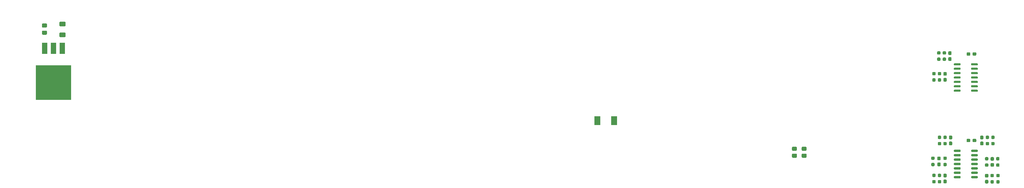
<source format=gbr>
%TF.GenerationSoftware,KiCad,Pcbnew,(5.1.10)-1*%
%TF.CreationDate,2022-05-27T13:17:46-06:00*%
%TF.ProjectId,Lift_02,4c696674-5f30-4322-9e6b-696361645f70,rev?*%
%TF.SameCoordinates,Original*%
%TF.FileFunction,Paste,Top*%
%TF.FilePolarity,Positive*%
%FSLAX46Y46*%
G04 Gerber Fmt 4.6, Leading zero omitted, Abs format (unit mm)*
G04 Created by KiCad (PCBNEW (5.1.10)-1) date 2022-05-27 13:17:46*
%MOMM*%
%LPD*%
G01*
G04 APERTURE LIST*
%ADD10R,1.800000X2.540000*%
%ADD11R,1.511000X3.300000*%
%ADD12R,10.122000X10.020000*%
G04 APERTURE END LIST*
%TO.C,C4*%
G36*
G01*
X346925000Y-48437500D02*
X346925000Y-47962500D01*
G75*
G02*
X347162500Y-47725000I237500J0D01*
G01*
X347762500Y-47725000D01*
G75*
G02*
X348000000Y-47962500I0J-237500D01*
G01*
X348000000Y-48437500D01*
G75*
G02*
X347762500Y-48675000I-237500J0D01*
G01*
X347162500Y-48675000D01*
G75*
G02*
X346925000Y-48437500I0J237500D01*
G01*
G37*
G36*
G01*
X345200000Y-48437500D02*
X345200000Y-47962500D01*
G75*
G02*
X345437500Y-47725000I237500J0D01*
G01*
X346037500Y-47725000D01*
G75*
G02*
X346275000Y-47962500I0J-237500D01*
G01*
X346275000Y-48437500D01*
G75*
G02*
X346037500Y-48675000I-237500J0D01*
G01*
X345437500Y-48675000D01*
G75*
G02*
X345200000Y-48437500I0J237500D01*
G01*
G37*
%TD*%
%TO.C,C3*%
G36*
G01*
X346925000Y-23437500D02*
X346925000Y-22962500D01*
G75*
G02*
X347162500Y-22725000I237500J0D01*
G01*
X347762500Y-22725000D01*
G75*
G02*
X348000000Y-22962500I0J-237500D01*
G01*
X348000000Y-23437500D01*
G75*
G02*
X347762500Y-23675000I-237500J0D01*
G01*
X347162500Y-23675000D01*
G75*
G02*
X346925000Y-23437500I0J237500D01*
G01*
G37*
G36*
G01*
X345200000Y-23437500D02*
X345200000Y-22962500D01*
G75*
G02*
X345437500Y-22725000I237500J0D01*
G01*
X346037500Y-22725000D01*
G75*
G02*
X346275000Y-22962500I0J-237500D01*
G01*
X346275000Y-23437500D01*
G75*
G02*
X346037500Y-23675000I-237500J0D01*
G01*
X345437500Y-23675000D01*
G75*
G02*
X345200000Y-23437500I0J237500D01*
G01*
G37*
%TD*%
%TO.C,R8*%
G36*
G01*
X337637500Y-47775000D02*
X337162500Y-47775000D01*
G75*
G02*
X336925000Y-47537500I0J237500D01*
G01*
X336925000Y-47037500D01*
G75*
G02*
X337162500Y-46800000I237500J0D01*
G01*
X337637500Y-46800000D01*
G75*
G02*
X337875000Y-47037500I0J-237500D01*
G01*
X337875000Y-47537500D01*
G75*
G02*
X337637500Y-47775000I-237500J0D01*
G01*
G37*
G36*
G01*
X337637500Y-49600000D02*
X337162500Y-49600000D01*
G75*
G02*
X336925000Y-49362500I0J237500D01*
G01*
X336925000Y-48862500D01*
G75*
G02*
X337162500Y-48625000I237500J0D01*
G01*
X337637500Y-48625000D01*
G75*
G02*
X337875000Y-48862500I0J-237500D01*
G01*
X337875000Y-49362500D01*
G75*
G02*
X337637500Y-49600000I-237500J0D01*
G01*
G37*
%TD*%
%TO.C,R5*%
G36*
G01*
X339237500Y-47775000D02*
X338762500Y-47775000D01*
G75*
G02*
X338525000Y-47537500I0J237500D01*
G01*
X338525000Y-47037500D01*
G75*
G02*
X338762500Y-46800000I237500J0D01*
G01*
X339237500Y-46800000D01*
G75*
G02*
X339475000Y-47037500I0J-237500D01*
G01*
X339475000Y-47537500D01*
G75*
G02*
X339237500Y-47775000I-237500J0D01*
G01*
G37*
G36*
G01*
X339237500Y-49600000D02*
X338762500Y-49600000D01*
G75*
G02*
X338525000Y-49362500I0J237500D01*
G01*
X338525000Y-48862500D01*
G75*
G02*
X338762500Y-48625000I237500J0D01*
G01*
X339237500Y-48625000D01*
G75*
G02*
X339475000Y-48862500I0J-237500D01*
G01*
X339475000Y-49362500D01*
G75*
G02*
X339237500Y-49600000I-237500J0D01*
G01*
G37*
%TD*%
%TO.C,R18*%
G36*
G01*
X352337500Y-59675000D02*
X352812500Y-59675000D01*
G75*
G02*
X353050000Y-59912500I0J-237500D01*
G01*
X353050000Y-60412500D01*
G75*
G02*
X352812500Y-60650000I-237500J0D01*
G01*
X352337500Y-60650000D01*
G75*
G02*
X352100000Y-60412500I0J237500D01*
G01*
X352100000Y-59912500D01*
G75*
G02*
X352337500Y-59675000I237500J0D01*
G01*
G37*
G36*
G01*
X352337500Y-57850000D02*
X352812500Y-57850000D01*
G75*
G02*
X353050000Y-58087500I0J-237500D01*
G01*
X353050000Y-58587500D01*
G75*
G02*
X352812500Y-58825000I-237500J0D01*
G01*
X352337500Y-58825000D01*
G75*
G02*
X352100000Y-58587500I0J237500D01*
G01*
X352100000Y-58087500D01*
G75*
G02*
X352337500Y-57850000I237500J0D01*
G01*
G37*
%TD*%
%TO.C,R17*%
G36*
G01*
X337162500Y-59637500D02*
X337637500Y-59637500D01*
G75*
G02*
X337875000Y-59875000I0J-237500D01*
G01*
X337875000Y-60375000D01*
G75*
G02*
X337637500Y-60612500I-237500J0D01*
G01*
X337162500Y-60612500D01*
G75*
G02*
X336925000Y-60375000I0J237500D01*
G01*
X336925000Y-59875000D01*
G75*
G02*
X337162500Y-59637500I237500J0D01*
G01*
G37*
G36*
G01*
X337162500Y-57812500D02*
X337637500Y-57812500D01*
G75*
G02*
X337875000Y-58050000I0J-237500D01*
G01*
X337875000Y-58550000D01*
G75*
G02*
X337637500Y-58787500I-237500J0D01*
G01*
X337162500Y-58787500D01*
G75*
G02*
X336925000Y-58550000I0J237500D01*
G01*
X336925000Y-58050000D01*
G75*
G02*
X337162500Y-57812500I237500J0D01*
G01*
G37*
%TD*%
%TO.C,R16*%
G36*
G01*
X354012500Y-59675000D02*
X354487500Y-59675000D01*
G75*
G02*
X354725000Y-59912500I0J-237500D01*
G01*
X354725000Y-60412500D01*
G75*
G02*
X354487500Y-60650000I-237500J0D01*
G01*
X354012500Y-60650000D01*
G75*
G02*
X353775000Y-60412500I0J237500D01*
G01*
X353775000Y-59912500D01*
G75*
G02*
X354012500Y-59675000I237500J0D01*
G01*
G37*
G36*
G01*
X354012500Y-57850000D02*
X354487500Y-57850000D01*
G75*
G02*
X354725000Y-58087500I0J-237500D01*
G01*
X354725000Y-58587500D01*
G75*
G02*
X354487500Y-58825000I-237500J0D01*
G01*
X354012500Y-58825000D01*
G75*
G02*
X353775000Y-58587500I0J237500D01*
G01*
X353775000Y-58087500D01*
G75*
G02*
X354012500Y-57850000I237500J0D01*
G01*
G37*
%TD*%
%TO.C,R15*%
G36*
G01*
X337162500Y-30225000D02*
X337637500Y-30225000D01*
G75*
G02*
X337875000Y-30462500I0J-237500D01*
G01*
X337875000Y-30962500D01*
G75*
G02*
X337637500Y-31200000I-237500J0D01*
G01*
X337162500Y-31200000D01*
G75*
G02*
X336925000Y-30962500I0J237500D01*
G01*
X336925000Y-30462500D01*
G75*
G02*
X337162500Y-30225000I237500J0D01*
G01*
G37*
G36*
G01*
X337162500Y-28400000D02*
X337637500Y-28400000D01*
G75*
G02*
X337875000Y-28637500I0J-237500D01*
G01*
X337875000Y-29137500D01*
G75*
G02*
X337637500Y-29375000I-237500J0D01*
G01*
X337162500Y-29375000D01*
G75*
G02*
X336925000Y-29137500I0J237500D01*
G01*
X336925000Y-28637500D01*
G75*
G02*
X337162500Y-28400000I237500J0D01*
G01*
G37*
%TD*%
%TO.C,R14*%
G36*
G01*
X335562500Y-59625000D02*
X336037500Y-59625000D01*
G75*
G02*
X336275000Y-59862500I0J-237500D01*
G01*
X336275000Y-60362500D01*
G75*
G02*
X336037500Y-60600000I-237500J0D01*
G01*
X335562500Y-60600000D01*
G75*
G02*
X335325000Y-60362500I0J237500D01*
G01*
X335325000Y-59862500D01*
G75*
G02*
X335562500Y-59625000I237500J0D01*
G01*
G37*
G36*
G01*
X335562500Y-57800000D02*
X336037500Y-57800000D01*
G75*
G02*
X336275000Y-58037500I0J-237500D01*
G01*
X336275000Y-58537500D01*
G75*
G02*
X336037500Y-58775000I-237500J0D01*
G01*
X335562500Y-58775000D01*
G75*
G02*
X335325000Y-58537500I0J237500D01*
G01*
X335325000Y-58037500D01*
G75*
G02*
X335562500Y-57800000I237500J0D01*
G01*
G37*
%TD*%
%TO.C,R13*%
G36*
G01*
X351237500Y-53975000D02*
X350762500Y-53975000D01*
G75*
G02*
X350525000Y-53737500I0J237500D01*
G01*
X350525000Y-53237500D01*
G75*
G02*
X350762500Y-53000000I237500J0D01*
G01*
X351237500Y-53000000D01*
G75*
G02*
X351475000Y-53237500I0J-237500D01*
G01*
X351475000Y-53737500D01*
G75*
G02*
X351237500Y-53975000I-237500J0D01*
G01*
G37*
G36*
G01*
X351237500Y-55800000D02*
X350762500Y-55800000D01*
G75*
G02*
X350525000Y-55562500I0J237500D01*
G01*
X350525000Y-55062500D01*
G75*
G02*
X350762500Y-54825000I237500J0D01*
G01*
X351237500Y-54825000D01*
G75*
G02*
X351475000Y-55062500I0J-237500D01*
G01*
X351475000Y-55562500D01*
G75*
G02*
X351237500Y-55800000I-237500J0D01*
G01*
G37*
%TD*%
%TO.C,R12*%
G36*
G01*
X339237500Y-53825000D02*
X338762500Y-53825000D01*
G75*
G02*
X338525000Y-53587500I0J237500D01*
G01*
X338525000Y-53087500D01*
G75*
G02*
X338762500Y-52850000I237500J0D01*
G01*
X339237500Y-52850000D01*
G75*
G02*
X339475000Y-53087500I0J-237500D01*
G01*
X339475000Y-53587500D01*
G75*
G02*
X339237500Y-53825000I-237500J0D01*
G01*
G37*
G36*
G01*
X339237500Y-55650000D02*
X338762500Y-55650000D01*
G75*
G02*
X338525000Y-55412500I0J237500D01*
G01*
X338525000Y-54912500D01*
G75*
G02*
X338762500Y-54675000I237500J0D01*
G01*
X339237500Y-54675000D01*
G75*
G02*
X339475000Y-54912500I0J-237500D01*
G01*
X339475000Y-55412500D01*
G75*
G02*
X339237500Y-55650000I-237500J0D01*
G01*
G37*
%TD*%
%TO.C,R11*%
G36*
G01*
X335562500Y-30225000D02*
X336037500Y-30225000D01*
G75*
G02*
X336275000Y-30462500I0J-237500D01*
G01*
X336275000Y-30962500D01*
G75*
G02*
X336037500Y-31200000I-237500J0D01*
G01*
X335562500Y-31200000D01*
G75*
G02*
X335325000Y-30962500I0J237500D01*
G01*
X335325000Y-30462500D01*
G75*
G02*
X335562500Y-30225000I237500J0D01*
G01*
G37*
G36*
G01*
X335562500Y-28400000D02*
X336037500Y-28400000D01*
G75*
G02*
X336275000Y-28637500I0J-237500D01*
G01*
X336275000Y-29137500D01*
G75*
G02*
X336037500Y-29375000I-237500J0D01*
G01*
X335562500Y-29375000D01*
G75*
G02*
X335325000Y-29137500I0J237500D01*
G01*
X335325000Y-28637500D01*
G75*
G02*
X335562500Y-28400000I237500J0D01*
G01*
G37*
%TD*%
%TO.C,R10*%
G36*
G01*
X354437500Y-53975000D02*
X353962500Y-53975000D01*
G75*
G02*
X353725000Y-53737500I0J237500D01*
G01*
X353725000Y-53237500D01*
G75*
G02*
X353962500Y-53000000I237500J0D01*
G01*
X354437500Y-53000000D01*
G75*
G02*
X354675000Y-53237500I0J-237500D01*
G01*
X354675000Y-53737500D01*
G75*
G02*
X354437500Y-53975000I-237500J0D01*
G01*
G37*
G36*
G01*
X354437500Y-55800000D02*
X353962500Y-55800000D01*
G75*
G02*
X353725000Y-55562500I0J237500D01*
G01*
X353725000Y-55062500D01*
G75*
G02*
X353962500Y-54825000I237500J0D01*
G01*
X354437500Y-54825000D01*
G75*
G02*
X354675000Y-55062500I0J-237500D01*
G01*
X354675000Y-55562500D01*
G75*
G02*
X354437500Y-55800000I-237500J0D01*
G01*
G37*
%TD*%
%TO.C,R9*%
G36*
G01*
X335737500Y-53825000D02*
X335262500Y-53825000D01*
G75*
G02*
X335025000Y-53587500I0J237500D01*
G01*
X335025000Y-53087500D01*
G75*
G02*
X335262500Y-52850000I237500J0D01*
G01*
X335737500Y-52850000D01*
G75*
G02*
X335975000Y-53087500I0J-237500D01*
G01*
X335975000Y-53587500D01*
G75*
G02*
X335737500Y-53825000I-237500J0D01*
G01*
G37*
G36*
G01*
X335737500Y-55650000D02*
X335262500Y-55650000D01*
G75*
G02*
X335025000Y-55412500I0J237500D01*
G01*
X335025000Y-54912500D01*
G75*
G02*
X335262500Y-54675000I237500J0D01*
G01*
X335737500Y-54675000D01*
G75*
G02*
X335975000Y-54912500I0J-237500D01*
G01*
X335975000Y-55412500D01*
G75*
G02*
X335737500Y-55650000I-237500J0D01*
G01*
G37*
%TD*%
%TO.C,R7*%
G36*
G01*
X339037500Y-23375000D02*
X338562500Y-23375000D01*
G75*
G02*
X338325000Y-23137500I0J237500D01*
G01*
X338325000Y-22637500D01*
G75*
G02*
X338562500Y-22400000I237500J0D01*
G01*
X339037500Y-22400000D01*
G75*
G02*
X339275000Y-22637500I0J-237500D01*
G01*
X339275000Y-23137500D01*
G75*
G02*
X339037500Y-23375000I-237500J0D01*
G01*
G37*
G36*
G01*
X339037500Y-25200000D02*
X338562500Y-25200000D01*
G75*
G02*
X338325000Y-24962500I0J237500D01*
G01*
X338325000Y-24462500D01*
G75*
G02*
X338562500Y-24225000I237500J0D01*
G01*
X339037500Y-24225000D01*
G75*
G02*
X339275000Y-24462500I0J-237500D01*
G01*
X339275000Y-24962500D01*
G75*
G02*
X339037500Y-25200000I-237500J0D01*
G01*
G37*
%TD*%
%TO.C,R6*%
G36*
G01*
X351437500Y-47775000D02*
X350962500Y-47775000D01*
G75*
G02*
X350725000Y-47537500I0J237500D01*
G01*
X350725000Y-47037500D01*
G75*
G02*
X350962500Y-46800000I237500J0D01*
G01*
X351437500Y-46800000D01*
G75*
G02*
X351675000Y-47037500I0J-237500D01*
G01*
X351675000Y-47537500D01*
G75*
G02*
X351437500Y-47775000I-237500J0D01*
G01*
G37*
G36*
G01*
X351437500Y-49600000D02*
X350962500Y-49600000D01*
G75*
G02*
X350725000Y-49362500I0J237500D01*
G01*
X350725000Y-48862500D01*
G75*
G02*
X350962500Y-48625000I237500J0D01*
G01*
X351437500Y-48625000D01*
G75*
G02*
X351675000Y-48862500I0J-237500D01*
G01*
X351675000Y-49362500D01*
G75*
G02*
X351437500Y-49600000I-237500J0D01*
G01*
G37*
%TD*%
%TO.C,R4*%
G36*
G01*
X337437500Y-23375000D02*
X336962500Y-23375000D01*
G75*
G02*
X336725000Y-23137500I0J237500D01*
G01*
X336725000Y-22637500D01*
G75*
G02*
X336962500Y-22400000I237500J0D01*
G01*
X337437500Y-22400000D01*
G75*
G02*
X337675000Y-22637500I0J-237500D01*
G01*
X337675000Y-23137500D01*
G75*
G02*
X337437500Y-23375000I-237500J0D01*
G01*
G37*
G36*
G01*
X337437500Y-25200000D02*
X336962500Y-25200000D01*
G75*
G02*
X336725000Y-24962500I0J237500D01*
G01*
X336725000Y-24462500D01*
G75*
G02*
X336962500Y-24225000I237500J0D01*
G01*
X337437500Y-24225000D01*
G75*
G02*
X337675000Y-24462500I0J-237500D01*
G01*
X337675000Y-24962500D01*
G75*
G02*
X337437500Y-25200000I-237500J0D01*
G01*
G37*
%TD*%
%TO.C,R3*%
G36*
G01*
X353037500Y-47775000D02*
X352562500Y-47775000D01*
G75*
G02*
X352325000Y-47537500I0J237500D01*
G01*
X352325000Y-47037500D01*
G75*
G02*
X352562500Y-46800000I237500J0D01*
G01*
X353037500Y-46800000D01*
G75*
G02*
X353275000Y-47037500I0J-237500D01*
G01*
X353275000Y-47537500D01*
G75*
G02*
X353037500Y-47775000I-237500J0D01*
G01*
G37*
G36*
G01*
X353037500Y-49600000D02*
X352562500Y-49600000D01*
G75*
G02*
X352325000Y-49362500I0J237500D01*
G01*
X352325000Y-48862500D01*
G75*
G02*
X352562500Y-48625000I237500J0D01*
G01*
X353037500Y-48625000D01*
G75*
G02*
X353275000Y-48862500I0J-237500D01*
G01*
X353275000Y-49362500D01*
G75*
G02*
X353037500Y-49600000I-237500J0D01*
G01*
G37*
%TD*%
%TO.C,C12*%
G36*
G01*
X350762500Y-59575000D02*
X351237500Y-59575000D01*
G75*
G02*
X351475000Y-59812500I0J-237500D01*
G01*
X351475000Y-60412500D01*
G75*
G02*
X351237500Y-60650000I-237500J0D01*
G01*
X350762500Y-60650000D01*
G75*
G02*
X350525000Y-60412500I0J237500D01*
G01*
X350525000Y-59812500D01*
G75*
G02*
X350762500Y-59575000I237500J0D01*
G01*
G37*
G36*
G01*
X350762500Y-57850000D02*
X351237500Y-57850000D01*
G75*
G02*
X351475000Y-58087500I0J-237500D01*
G01*
X351475000Y-58687500D01*
G75*
G02*
X351237500Y-58925000I-237500J0D01*
G01*
X350762500Y-58925000D01*
G75*
G02*
X350525000Y-58687500I0J237500D01*
G01*
X350525000Y-58087500D01*
G75*
G02*
X350762500Y-57850000I237500J0D01*
G01*
G37*
%TD*%
%TO.C,C11*%
G36*
G01*
X338762500Y-59525000D02*
X339237500Y-59525000D01*
G75*
G02*
X339475000Y-59762500I0J-237500D01*
G01*
X339475000Y-60362500D01*
G75*
G02*
X339237500Y-60600000I-237500J0D01*
G01*
X338762500Y-60600000D01*
G75*
G02*
X338525000Y-60362500I0J237500D01*
G01*
X338525000Y-59762500D01*
G75*
G02*
X338762500Y-59525000I237500J0D01*
G01*
G37*
G36*
G01*
X338762500Y-57800000D02*
X339237500Y-57800000D01*
G75*
G02*
X339475000Y-58037500I0J-237500D01*
G01*
X339475000Y-58637500D01*
G75*
G02*
X339237500Y-58875000I-237500J0D01*
G01*
X338762500Y-58875000D01*
G75*
G02*
X338525000Y-58637500I0J237500D01*
G01*
X338525000Y-58037500D01*
G75*
G02*
X338762500Y-57800000I237500J0D01*
G01*
G37*
%TD*%
%TO.C,C10*%
G36*
G01*
X338762500Y-30125000D02*
X339237500Y-30125000D01*
G75*
G02*
X339475000Y-30362500I0J-237500D01*
G01*
X339475000Y-30962500D01*
G75*
G02*
X339237500Y-31200000I-237500J0D01*
G01*
X338762500Y-31200000D01*
G75*
G02*
X338525000Y-30962500I0J237500D01*
G01*
X338525000Y-30362500D01*
G75*
G02*
X338762500Y-30125000I237500J0D01*
G01*
G37*
G36*
G01*
X338762500Y-28400000D02*
X339237500Y-28400000D01*
G75*
G02*
X339475000Y-28637500I0J-237500D01*
G01*
X339475000Y-29237500D01*
G75*
G02*
X339237500Y-29475000I-237500J0D01*
G01*
X338762500Y-29475000D01*
G75*
G02*
X338525000Y-29237500I0J237500D01*
G01*
X338525000Y-28637500D01*
G75*
G02*
X338762500Y-28400000I237500J0D01*
G01*
G37*
%TD*%
%TO.C,C9*%
G36*
G01*
X352362500Y-54725000D02*
X352837500Y-54725000D01*
G75*
G02*
X353075000Y-54962500I0J-237500D01*
G01*
X353075000Y-55562500D01*
G75*
G02*
X352837500Y-55800000I-237500J0D01*
G01*
X352362500Y-55800000D01*
G75*
G02*
X352125000Y-55562500I0J237500D01*
G01*
X352125000Y-54962500D01*
G75*
G02*
X352362500Y-54725000I237500J0D01*
G01*
G37*
G36*
G01*
X352362500Y-53000000D02*
X352837500Y-53000000D01*
G75*
G02*
X353075000Y-53237500I0J-237500D01*
G01*
X353075000Y-53837500D01*
G75*
G02*
X352837500Y-54075000I-237500J0D01*
G01*
X352362500Y-54075000D01*
G75*
G02*
X352125000Y-53837500I0J237500D01*
G01*
X352125000Y-53237500D01*
G75*
G02*
X352362500Y-53000000I237500J0D01*
G01*
G37*
%TD*%
%TO.C,C8*%
G36*
G01*
X337012500Y-54575000D02*
X337487500Y-54575000D01*
G75*
G02*
X337725000Y-54812500I0J-237500D01*
G01*
X337725000Y-55412500D01*
G75*
G02*
X337487500Y-55650000I-237500J0D01*
G01*
X337012500Y-55650000D01*
G75*
G02*
X336775000Y-55412500I0J237500D01*
G01*
X336775000Y-54812500D01*
G75*
G02*
X337012500Y-54575000I237500J0D01*
G01*
G37*
G36*
G01*
X337012500Y-52850000D02*
X337487500Y-52850000D01*
G75*
G02*
X337725000Y-53087500I0J-237500D01*
G01*
X337725000Y-53687500D01*
G75*
G02*
X337487500Y-53925000I-237500J0D01*
G01*
X337012500Y-53925000D01*
G75*
G02*
X336775000Y-53687500I0J237500D01*
G01*
X336775000Y-53087500D01*
G75*
G02*
X337012500Y-52850000I237500J0D01*
G01*
G37*
%TD*%
%TO.C,C7*%
G36*
G01*
X340637500Y-23475000D02*
X340162500Y-23475000D01*
G75*
G02*
X339925000Y-23237500I0J237500D01*
G01*
X339925000Y-22637500D01*
G75*
G02*
X340162500Y-22400000I237500J0D01*
G01*
X340637500Y-22400000D01*
G75*
G02*
X340875000Y-22637500I0J-237500D01*
G01*
X340875000Y-23237500D01*
G75*
G02*
X340637500Y-23475000I-237500J0D01*
G01*
G37*
G36*
G01*
X340637500Y-25200000D02*
X340162500Y-25200000D01*
G75*
G02*
X339925000Y-24962500I0J237500D01*
G01*
X339925000Y-24362500D01*
G75*
G02*
X340162500Y-24125000I237500J0D01*
G01*
X340637500Y-24125000D01*
G75*
G02*
X340875000Y-24362500I0J-237500D01*
G01*
X340875000Y-24962500D01*
G75*
G02*
X340637500Y-25200000I-237500J0D01*
G01*
G37*
%TD*%
%TO.C,C6*%
G36*
G01*
X349837500Y-47875000D02*
X349362500Y-47875000D01*
G75*
G02*
X349125000Y-47637500I0J237500D01*
G01*
X349125000Y-47037500D01*
G75*
G02*
X349362500Y-46800000I237500J0D01*
G01*
X349837500Y-46800000D01*
G75*
G02*
X350075000Y-47037500I0J-237500D01*
G01*
X350075000Y-47637500D01*
G75*
G02*
X349837500Y-47875000I-237500J0D01*
G01*
G37*
G36*
G01*
X349837500Y-49600000D02*
X349362500Y-49600000D01*
G75*
G02*
X349125000Y-49362500I0J237500D01*
G01*
X349125000Y-48762500D01*
G75*
G02*
X349362500Y-48525000I237500J0D01*
G01*
X349837500Y-48525000D01*
G75*
G02*
X350075000Y-48762500I0J-237500D01*
G01*
X350075000Y-49362500D01*
G75*
G02*
X349837500Y-49600000I-237500J0D01*
G01*
G37*
%TD*%
%TO.C,C5*%
G36*
G01*
X340837500Y-47875000D02*
X340362500Y-47875000D01*
G75*
G02*
X340125000Y-47637500I0J237500D01*
G01*
X340125000Y-47037500D01*
G75*
G02*
X340362500Y-46800000I237500J0D01*
G01*
X340837500Y-46800000D01*
G75*
G02*
X341075000Y-47037500I0J-237500D01*
G01*
X341075000Y-47637500D01*
G75*
G02*
X340837500Y-47875000I-237500J0D01*
G01*
G37*
G36*
G01*
X340837500Y-49600000D02*
X340362500Y-49600000D01*
G75*
G02*
X340125000Y-49362500I0J237500D01*
G01*
X340125000Y-48762500D01*
G75*
G02*
X340362500Y-48525000I237500J0D01*
G01*
X340837500Y-48525000D01*
G75*
G02*
X341075000Y-48762500I0J-237500D01*
G01*
X341075000Y-49362500D01*
G75*
G02*
X340837500Y-49600000I-237500J0D01*
G01*
G37*
%TD*%
%TO.C,U2*%
G36*
G01*
X346500000Y-51340000D02*
X346500000Y-51040000D01*
G75*
G02*
X346650000Y-50890000I150000J0D01*
G01*
X348300000Y-50890000D01*
G75*
G02*
X348450000Y-51040000I0J-150000D01*
G01*
X348450000Y-51340000D01*
G75*
G02*
X348300000Y-51490000I-150000J0D01*
G01*
X346650000Y-51490000D01*
G75*
G02*
X346500000Y-51340000I0J150000D01*
G01*
G37*
G36*
G01*
X346500000Y-52610000D02*
X346500000Y-52310000D01*
G75*
G02*
X346650000Y-52160000I150000J0D01*
G01*
X348300000Y-52160000D01*
G75*
G02*
X348450000Y-52310000I0J-150000D01*
G01*
X348450000Y-52610000D01*
G75*
G02*
X348300000Y-52760000I-150000J0D01*
G01*
X346650000Y-52760000D01*
G75*
G02*
X346500000Y-52610000I0J150000D01*
G01*
G37*
G36*
G01*
X346500000Y-53880000D02*
X346500000Y-53580000D01*
G75*
G02*
X346650000Y-53430000I150000J0D01*
G01*
X348300000Y-53430000D01*
G75*
G02*
X348450000Y-53580000I0J-150000D01*
G01*
X348450000Y-53880000D01*
G75*
G02*
X348300000Y-54030000I-150000J0D01*
G01*
X346650000Y-54030000D01*
G75*
G02*
X346500000Y-53880000I0J150000D01*
G01*
G37*
G36*
G01*
X346500000Y-55150000D02*
X346500000Y-54850000D01*
G75*
G02*
X346650000Y-54700000I150000J0D01*
G01*
X348300000Y-54700000D01*
G75*
G02*
X348450000Y-54850000I0J-150000D01*
G01*
X348450000Y-55150000D01*
G75*
G02*
X348300000Y-55300000I-150000J0D01*
G01*
X346650000Y-55300000D01*
G75*
G02*
X346500000Y-55150000I0J150000D01*
G01*
G37*
G36*
G01*
X346500000Y-56420000D02*
X346500000Y-56120000D01*
G75*
G02*
X346650000Y-55970000I150000J0D01*
G01*
X348300000Y-55970000D01*
G75*
G02*
X348450000Y-56120000I0J-150000D01*
G01*
X348450000Y-56420000D01*
G75*
G02*
X348300000Y-56570000I-150000J0D01*
G01*
X346650000Y-56570000D01*
G75*
G02*
X346500000Y-56420000I0J150000D01*
G01*
G37*
G36*
G01*
X346500000Y-57690000D02*
X346500000Y-57390000D01*
G75*
G02*
X346650000Y-57240000I150000J0D01*
G01*
X348300000Y-57240000D01*
G75*
G02*
X348450000Y-57390000I0J-150000D01*
G01*
X348450000Y-57690000D01*
G75*
G02*
X348300000Y-57840000I-150000J0D01*
G01*
X346650000Y-57840000D01*
G75*
G02*
X346500000Y-57690000I0J150000D01*
G01*
G37*
G36*
G01*
X346500000Y-58960000D02*
X346500000Y-58660000D01*
G75*
G02*
X346650000Y-58510000I150000J0D01*
G01*
X348300000Y-58510000D01*
G75*
G02*
X348450000Y-58660000I0J-150000D01*
G01*
X348450000Y-58960000D01*
G75*
G02*
X348300000Y-59110000I-150000J0D01*
G01*
X346650000Y-59110000D01*
G75*
G02*
X346500000Y-58960000I0J150000D01*
G01*
G37*
G36*
G01*
X341550000Y-58960000D02*
X341550000Y-58660000D01*
G75*
G02*
X341700000Y-58510000I150000J0D01*
G01*
X343350000Y-58510000D01*
G75*
G02*
X343500000Y-58660000I0J-150000D01*
G01*
X343500000Y-58960000D01*
G75*
G02*
X343350000Y-59110000I-150000J0D01*
G01*
X341700000Y-59110000D01*
G75*
G02*
X341550000Y-58960000I0J150000D01*
G01*
G37*
G36*
G01*
X341550000Y-57690000D02*
X341550000Y-57390000D01*
G75*
G02*
X341700000Y-57240000I150000J0D01*
G01*
X343350000Y-57240000D01*
G75*
G02*
X343500000Y-57390000I0J-150000D01*
G01*
X343500000Y-57690000D01*
G75*
G02*
X343350000Y-57840000I-150000J0D01*
G01*
X341700000Y-57840000D01*
G75*
G02*
X341550000Y-57690000I0J150000D01*
G01*
G37*
G36*
G01*
X341550000Y-56420000D02*
X341550000Y-56120000D01*
G75*
G02*
X341700000Y-55970000I150000J0D01*
G01*
X343350000Y-55970000D01*
G75*
G02*
X343500000Y-56120000I0J-150000D01*
G01*
X343500000Y-56420000D01*
G75*
G02*
X343350000Y-56570000I-150000J0D01*
G01*
X341700000Y-56570000D01*
G75*
G02*
X341550000Y-56420000I0J150000D01*
G01*
G37*
G36*
G01*
X341550000Y-55150000D02*
X341550000Y-54850000D01*
G75*
G02*
X341700000Y-54700000I150000J0D01*
G01*
X343350000Y-54700000D01*
G75*
G02*
X343500000Y-54850000I0J-150000D01*
G01*
X343500000Y-55150000D01*
G75*
G02*
X343350000Y-55300000I-150000J0D01*
G01*
X341700000Y-55300000D01*
G75*
G02*
X341550000Y-55150000I0J150000D01*
G01*
G37*
G36*
G01*
X341550000Y-53880000D02*
X341550000Y-53580000D01*
G75*
G02*
X341700000Y-53430000I150000J0D01*
G01*
X343350000Y-53430000D01*
G75*
G02*
X343500000Y-53580000I0J-150000D01*
G01*
X343500000Y-53880000D01*
G75*
G02*
X343350000Y-54030000I-150000J0D01*
G01*
X341700000Y-54030000D01*
G75*
G02*
X341550000Y-53880000I0J150000D01*
G01*
G37*
G36*
G01*
X341550000Y-52610000D02*
X341550000Y-52310000D01*
G75*
G02*
X341700000Y-52160000I150000J0D01*
G01*
X343350000Y-52160000D01*
G75*
G02*
X343500000Y-52310000I0J-150000D01*
G01*
X343500000Y-52610000D01*
G75*
G02*
X343350000Y-52760000I-150000J0D01*
G01*
X341700000Y-52760000D01*
G75*
G02*
X341550000Y-52610000I0J150000D01*
G01*
G37*
G36*
G01*
X341550000Y-51340000D02*
X341550000Y-51040000D01*
G75*
G02*
X341700000Y-50890000I150000J0D01*
G01*
X343350000Y-50890000D01*
G75*
G02*
X343500000Y-51040000I0J-150000D01*
G01*
X343500000Y-51340000D01*
G75*
G02*
X343350000Y-51490000I-150000J0D01*
G01*
X341700000Y-51490000D01*
G75*
G02*
X341550000Y-51340000I0J150000D01*
G01*
G37*
%TD*%
%TO.C,U3*%
G36*
G01*
X346500000Y-26340000D02*
X346500000Y-26040000D01*
G75*
G02*
X346650000Y-25890000I150000J0D01*
G01*
X348300000Y-25890000D01*
G75*
G02*
X348450000Y-26040000I0J-150000D01*
G01*
X348450000Y-26340000D01*
G75*
G02*
X348300000Y-26490000I-150000J0D01*
G01*
X346650000Y-26490000D01*
G75*
G02*
X346500000Y-26340000I0J150000D01*
G01*
G37*
G36*
G01*
X346500000Y-27610000D02*
X346500000Y-27310000D01*
G75*
G02*
X346650000Y-27160000I150000J0D01*
G01*
X348300000Y-27160000D01*
G75*
G02*
X348450000Y-27310000I0J-150000D01*
G01*
X348450000Y-27610000D01*
G75*
G02*
X348300000Y-27760000I-150000J0D01*
G01*
X346650000Y-27760000D01*
G75*
G02*
X346500000Y-27610000I0J150000D01*
G01*
G37*
G36*
G01*
X346500000Y-28880000D02*
X346500000Y-28580000D01*
G75*
G02*
X346650000Y-28430000I150000J0D01*
G01*
X348300000Y-28430000D01*
G75*
G02*
X348450000Y-28580000I0J-150000D01*
G01*
X348450000Y-28880000D01*
G75*
G02*
X348300000Y-29030000I-150000J0D01*
G01*
X346650000Y-29030000D01*
G75*
G02*
X346500000Y-28880000I0J150000D01*
G01*
G37*
G36*
G01*
X346500000Y-30150000D02*
X346500000Y-29850000D01*
G75*
G02*
X346650000Y-29700000I150000J0D01*
G01*
X348300000Y-29700000D01*
G75*
G02*
X348450000Y-29850000I0J-150000D01*
G01*
X348450000Y-30150000D01*
G75*
G02*
X348300000Y-30300000I-150000J0D01*
G01*
X346650000Y-30300000D01*
G75*
G02*
X346500000Y-30150000I0J150000D01*
G01*
G37*
G36*
G01*
X346500000Y-31420000D02*
X346500000Y-31120000D01*
G75*
G02*
X346650000Y-30970000I150000J0D01*
G01*
X348300000Y-30970000D01*
G75*
G02*
X348450000Y-31120000I0J-150000D01*
G01*
X348450000Y-31420000D01*
G75*
G02*
X348300000Y-31570000I-150000J0D01*
G01*
X346650000Y-31570000D01*
G75*
G02*
X346500000Y-31420000I0J150000D01*
G01*
G37*
G36*
G01*
X346500000Y-32690000D02*
X346500000Y-32390000D01*
G75*
G02*
X346650000Y-32240000I150000J0D01*
G01*
X348300000Y-32240000D01*
G75*
G02*
X348450000Y-32390000I0J-150000D01*
G01*
X348450000Y-32690000D01*
G75*
G02*
X348300000Y-32840000I-150000J0D01*
G01*
X346650000Y-32840000D01*
G75*
G02*
X346500000Y-32690000I0J150000D01*
G01*
G37*
G36*
G01*
X346500000Y-33960000D02*
X346500000Y-33660000D01*
G75*
G02*
X346650000Y-33510000I150000J0D01*
G01*
X348300000Y-33510000D01*
G75*
G02*
X348450000Y-33660000I0J-150000D01*
G01*
X348450000Y-33960000D01*
G75*
G02*
X348300000Y-34110000I-150000J0D01*
G01*
X346650000Y-34110000D01*
G75*
G02*
X346500000Y-33960000I0J150000D01*
G01*
G37*
G36*
G01*
X341550000Y-33960000D02*
X341550000Y-33660000D01*
G75*
G02*
X341700000Y-33510000I150000J0D01*
G01*
X343350000Y-33510000D01*
G75*
G02*
X343500000Y-33660000I0J-150000D01*
G01*
X343500000Y-33960000D01*
G75*
G02*
X343350000Y-34110000I-150000J0D01*
G01*
X341700000Y-34110000D01*
G75*
G02*
X341550000Y-33960000I0J150000D01*
G01*
G37*
G36*
G01*
X341550000Y-32690000D02*
X341550000Y-32390000D01*
G75*
G02*
X341700000Y-32240000I150000J0D01*
G01*
X343350000Y-32240000D01*
G75*
G02*
X343500000Y-32390000I0J-150000D01*
G01*
X343500000Y-32690000D01*
G75*
G02*
X343350000Y-32840000I-150000J0D01*
G01*
X341700000Y-32840000D01*
G75*
G02*
X341550000Y-32690000I0J150000D01*
G01*
G37*
G36*
G01*
X341550000Y-31420000D02*
X341550000Y-31120000D01*
G75*
G02*
X341700000Y-30970000I150000J0D01*
G01*
X343350000Y-30970000D01*
G75*
G02*
X343500000Y-31120000I0J-150000D01*
G01*
X343500000Y-31420000D01*
G75*
G02*
X343350000Y-31570000I-150000J0D01*
G01*
X341700000Y-31570000D01*
G75*
G02*
X341550000Y-31420000I0J150000D01*
G01*
G37*
G36*
G01*
X341550000Y-30150000D02*
X341550000Y-29850000D01*
G75*
G02*
X341700000Y-29700000I150000J0D01*
G01*
X343350000Y-29700000D01*
G75*
G02*
X343500000Y-29850000I0J-150000D01*
G01*
X343500000Y-30150000D01*
G75*
G02*
X343350000Y-30300000I-150000J0D01*
G01*
X341700000Y-30300000D01*
G75*
G02*
X341550000Y-30150000I0J150000D01*
G01*
G37*
G36*
G01*
X341550000Y-28880000D02*
X341550000Y-28580000D01*
G75*
G02*
X341700000Y-28430000I150000J0D01*
G01*
X343350000Y-28430000D01*
G75*
G02*
X343500000Y-28580000I0J-150000D01*
G01*
X343500000Y-28880000D01*
G75*
G02*
X343350000Y-29030000I-150000J0D01*
G01*
X341700000Y-29030000D01*
G75*
G02*
X341550000Y-28880000I0J150000D01*
G01*
G37*
G36*
G01*
X341550000Y-27610000D02*
X341550000Y-27310000D01*
G75*
G02*
X341700000Y-27160000I150000J0D01*
G01*
X343350000Y-27160000D01*
G75*
G02*
X343500000Y-27310000I0J-150000D01*
G01*
X343500000Y-27610000D01*
G75*
G02*
X343350000Y-27760000I-150000J0D01*
G01*
X341700000Y-27760000D01*
G75*
G02*
X341550000Y-27610000I0J150000D01*
G01*
G37*
G36*
G01*
X341550000Y-26340000D02*
X341550000Y-26040000D01*
G75*
G02*
X341700000Y-25890000I150000J0D01*
G01*
X343350000Y-25890000D01*
G75*
G02*
X343500000Y-26040000I0J-150000D01*
G01*
X343500000Y-26340000D01*
G75*
G02*
X343350000Y-26490000I-150000J0D01*
G01*
X341700000Y-26490000D01*
G75*
G02*
X341550000Y-26340000I0J150000D01*
G01*
G37*
%TD*%
D10*
%TO.C,D1*%
X238850000Y-42500000D03*
X243650000Y-42500000D03*
%TD*%
D11*
%TO.C,U1*%
X82100000Y-21548000D03*
X84640000Y-21548000D03*
X79560000Y-21548000D03*
D12*
X82100000Y-31452000D03*
%TD*%
%TO.C,R2*%
G36*
G01*
X295149999Y-52000000D02*
X296050001Y-52000000D01*
G75*
G02*
X296300000Y-52249999I0J-249999D01*
G01*
X296300000Y-52950001D01*
G75*
G02*
X296050001Y-53200000I-249999J0D01*
G01*
X295149999Y-53200000D01*
G75*
G02*
X294900000Y-52950001I0J249999D01*
G01*
X294900000Y-52249999D01*
G75*
G02*
X295149999Y-52000000I249999J0D01*
G01*
G37*
G36*
G01*
X295149999Y-50000000D02*
X296050001Y-50000000D01*
G75*
G02*
X296300000Y-50249999I0J-249999D01*
G01*
X296300000Y-50950001D01*
G75*
G02*
X296050001Y-51200000I-249999J0D01*
G01*
X295149999Y-51200000D01*
G75*
G02*
X294900000Y-50950001I0J249999D01*
G01*
X294900000Y-50249999D01*
G75*
G02*
X295149999Y-50000000I249999J0D01*
G01*
G37*
%TD*%
%TO.C,R1*%
G36*
G01*
X297949999Y-52000000D02*
X298850001Y-52000000D01*
G75*
G02*
X299100000Y-52249999I0J-249999D01*
G01*
X299100000Y-52950001D01*
G75*
G02*
X298850001Y-53200000I-249999J0D01*
G01*
X297949999Y-53200000D01*
G75*
G02*
X297700000Y-52950001I0J249999D01*
G01*
X297700000Y-52249999D01*
G75*
G02*
X297949999Y-52000000I249999J0D01*
G01*
G37*
G36*
G01*
X297949999Y-50000000D02*
X298850001Y-50000000D01*
G75*
G02*
X299100000Y-50249999I0J-249999D01*
G01*
X299100000Y-50950001D01*
G75*
G02*
X298850001Y-51200000I-249999J0D01*
G01*
X297949999Y-51200000D01*
G75*
G02*
X297700000Y-50950001I0J249999D01*
G01*
X297700000Y-50249999D01*
G75*
G02*
X297949999Y-50000000I249999J0D01*
G01*
G37*
%TD*%
%TO.C,C2*%
G36*
G01*
X79975000Y-15550000D02*
X79025000Y-15550000D01*
G75*
G02*
X78775000Y-15300000I0J250000D01*
G01*
X78775000Y-14625000D01*
G75*
G02*
X79025000Y-14375000I250000J0D01*
G01*
X79975000Y-14375000D01*
G75*
G02*
X80225000Y-14625000I0J-250000D01*
G01*
X80225000Y-15300000D01*
G75*
G02*
X79975000Y-15550000I-250000J0D01*
G01*
G37*
G36*
G01*
X79975000Y-17625000D02*
X79025000Y-17625000D01*
G75*
G02*
X78775000Y-17375000I0J250000D01*
G01*
X78775000Y-16700000D01*
G75*
G02*
X79025000Y-16450000I250000J0D01*
G01*
X79975000Y-16450000D01*
G75*
G02*
X80225000Y-16700000I0J-250000D01*
G01*
X80225000Y-17375000D01*
G75*
G02*
X79975000Y-17625000I-250000J0D01*
G01*
G37*
%TD*%
%TO.C,C1*%
G36*
G01*
X85350003Y-15200000D02*
X84049997Y-15200000D01*
G75*
G02*
X83800000Y-14950003I0J249997D01*
G01*
X83800000Y-14124997D01*
G75*
G02*
X84049997Y-13875000I249997J0D01*
G01*
X85350003Y-13875000D01*
G75*
G02*
X85600000Y-14124997I0J-249997D01*
G01*
X85600000Y-14950003D01*
G75*
G02*
X85350003Y-15200000I-249997J0D01*
G01*
G37*
G36*
G01*
X85350003Y-18325000D02*
X84049997Y-18325000D01*
G75*
G02*
X83800000Y-18075003I0J249997D01*
G01*
X83800000Y-17249997D01*
G75*
G02*
X84049997Y-17000000I249997J0D01*
G01*
X85350003Y-17000000D01*
G75*
G02*
X85600000Y-17249997I0J-249997D01*
G01*
X85600000Y-18075003D01*
G75*
G02*
X85350003Y-18325000I-249997J0D01*
G01*
G37*
%TD*%
M02*

</source>
